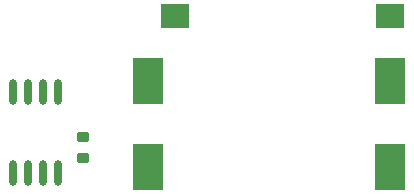
<source format=gtp>
G04 Layer_Color=8421504*
%FSLAX44Y44*%
%MOMM*%
G71*
G01*
G75*
%ADD10R,2.3400X2.0000*%
%ADD11O,0.6000X2.2000*%
G04:AMPARAMS|DCode=12|XSize=1mm|YSize=0.9mm|CornerRadius=0.1125mm|HoleSize=0mm|Usage=FLASHONLY|Rotation=0.000|XOffset=0mm|YOffset=0mm|HoleType=Round|Shape=RoundedRectangle|*
%AMROUNDEDRECTD12*
21,1,1.0000,0.6750,0,0,0.0*
21,1,0.7750,0.9000,0,0,0.0*
1,1,0.2250,0.3875,-0.3375*
1,1,0.2250,-0.3875,-0.3375*
1,1,0.2250,-0.3875,0.3375*
1,1,0.2250,0.3875,0.3375*
%
%ADD12ROUNDEDRECTD12*%
%ADD13R,2.5000X4.0000*%
D10*
X452000Y187400D02*
D03*
X269500D02*
D03*
D11*
X171050Y122900D02*
D03*
X158350D02*
D03*
X145650D02*
D03*
X132950D02*
D03*
X171050Y54900D02*
D03*
X158350D02*
D03*
X145650D02*
D03*
X132950D02*
D03*
D12*
X192100Y84700D02*
D03*
Y67700D02*
D03*
D13*
X246720Y59930D02*
D03*
X451720D02*
D03*
Y132670D02*
D03*
X246720D02*
D03*
M02*

</source>
